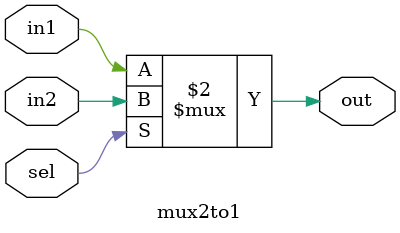
<source format=sv>
module mux2to1(in1,in2,sel,out);
  input in1,in2,sel;
  output reg out;
  assign out = (sel==0)?in1:in2;
endmodule

</source>
